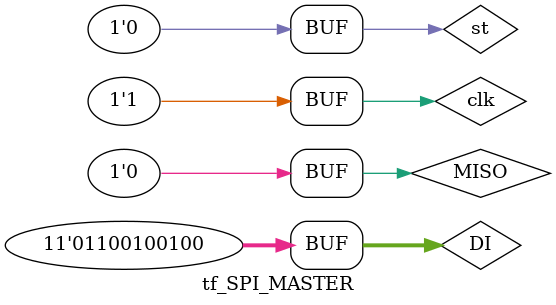
<source format=v>
`timescale 1ns / 1ps


module tf_SPI_MASTER;

	// Inputs
	reg clk;
	reg st;
	reg [10:0] DI;
	reg MISO;

	// Outputs
	wire MOSI;
	wire SCLK;
	wire [7:0] cb_bit;
	wire [15:0] cb_tact;
	wire [10:0] sr_MRX;
	wire [10:0] sr_MTX;
	wire [10:0] MRX_DAT;
	wire LOAD;
	wire end_TX;
	wire ce_tact;
	wire ce;
	wire start;

	// Instantiate the Unit Under Test (UUT)
	SPI_MASTER uut (
		.clk(clk), 
		.MOSI(MOSI), 
		.st(st), 
		.SCLK(SCLK), 
		.DI(DI), 
		.MISO(MISO), 
		.cb_bit(cb_bit), 
		.cb_tact(cb_tact), 
		.sr_MRX(sr_MRX),
		.sr_MTX(sr_MTX),		
		.MRX_DAT(MRX_DAT), 
		.LOAD(LOAD), 
		.end_TX(end_TX), 
		.ce_tact(ce_tact), 
		.ce(ce), 
		.start(start)
	);

	parameter Tclk=20;
	always begin clk=0; #(Tclk/2); clk=1; #(Tclk/2); end
	
	initial begin
		// Initialize Inputs
		//clk = 0;
		st = 0;
		DI = 11'b01100100100;
		MISO = 0;

		// Wait 100 ns for global reset to finish
		#20080;
		
		st = 1;
		#20;
		st = 0;
		

		
		
		#300000;
		st = 1; #20; st = 0;
	end
      
endmodule


</source>
